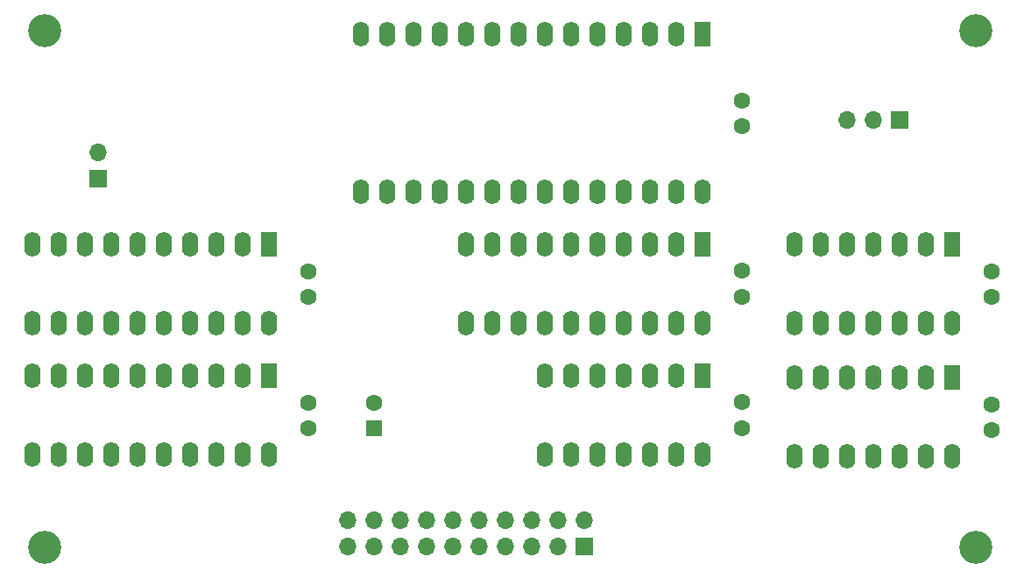
<source format=gts>
G04 #@! TF.GenerationSoftware,KiCad,Pcbnew,(5.1.9)-1*
G04 #@! TF.CreationDate,2025-08-03T17:29:21+09:00*
G04 #@! TF.ProjectId,PASOPIA7_SD_ROM,5041534f-5049-4413-975f-53445f524f4d,rev?*
G04 #@! TF.SameCoordinates,PX53920b0PY93c3260*
G04 #@! TF.FileFunction,Soldermask,Top*
G04 #@! TF.FilePolarity,Negative*
%FSLAX46Y46*%
G04 Gerber Fmt 4.6, Leading zero omitted, Abs format (unit mm)*
G04 Created by KiCad (PCBNEW (5.1.9)-1) date 2025-08-03 17:29:21*
%MOMM*%
%LPD*%
G01*
G04 APERTURE LIST*
%ADD10C,3.200000*%
%ADD11R,1.600000X1.600000*%
%ADD12C,1.600000*%
%ADD13R,1.600000X2.400000*%
%ADD14O,1.600000X2.400000*%
%ADD15R,1.700000X1.700000*%
%ADD16O,1.700000X1.700000*%
G04 APERTURE END LIST*
D10*
X5000000Y55000000D03*
X95000000Y55000000D03*
X95000000Y5000000D03*
X5000000Y5000000D03*
D11*
X36830000Y16510000D03*
D12*
X36830000Y19010000D03*
X96520000Y18870000D03*
X96520000Y16370000D03*
X72390000Y16550000D03*
X72390000Y19050000D03*
X96520000Y31710000D03*
X96520000Y29210000D03*
D13*
X92710000Y21430000D03*
D14*
X77470000Y13810000D03*
X90170000Y21430000D03*
X80010000Y13810000D03*
X87630000Y21430000D03*
X82550000Y13810000D03*
X85090000Y21430000D03*
X85090000Y13810000D03*
X82550000Y21430000D03*
X87630000Y13810000D03*
X80010000Y21430000D03*
X90170000Y13810000D03*
X77470000Y21430000D03*
X92710000Y13810000D03*
D12*
X30480000Y19010000D03*
X30480000Y16510000D03*
X30480000Y29210000D03*
X30480000Y31710000D03*
X72390000Y31750000D03*
X72390000Y29250000D03*
X72390000Y45720000D03*
X72390000Y48220000D03*
D15*
X87630000Y46355000D03*
D16*
X85090000Y46355000D03*
X82550000Y46355000D03*
D14*
X68580000Y13970000D03*
X53340000Y21590000D03*
X66040000Y13970000D03*
X55880000Y21590000D03*
X63500000Y13970000D03*
X58420000Y21590000D03*
X60960000Y13970000D03*
X60960000Y21590000D03*
X58420000Y13970000D03*
X63500000Y21590000D03*
X55880000Y13970000D03*
X66040000Y21590000D03*
X53340000Y13970000D03*
D13*
X68580000Y21590000D03*
X26670000Y21590000D03*
D14*
X3810000Y13970000D03*
X24130000Y21590000D03*
X6350000Y13970000D03*
X21590000Y21590000D03*
X8890000Y13970000D03*
X19050000Y21590000D03*
X11430000Y13970000D03*
X16510000Y21590000D03*
X13970000Y13970000D03*
X13970000Y21590000D03*
X16510000Y13970000D03*
X11430000Y21590000D03*
X19050000Y13970000D03*
X8890000Y21590000D03*
X21590000Y13970000D03*
X6350000Y21590000D03*
X24130000Y13970000D03*
X3810000Y21590000D03*
X26670000Y13970000D03*
X26670000Y26670000D03*
X3810000Y34290000D03*
X24130000Y26670000D03*
X6350000Y34290000D03*
X21590000Y26670000D03*
X8890000Y34290000D03*
X19050000Y26670000D03*
X11430000Y34290000D03*
X16510000Y26670000D03*
X13970000Y34290000D03*
X13970000Y26670000D03*
X16510000Y34290000D03*
X11430000Y26670000D03*
X19050000Y34290000D03*
X8890000Y26670000D03*
X21590000Y34290000D03*
X6350000Y26670000D03*
X24130000Y34290000D03*
X3810000Y26670000D03*
D13*
X26670000Y34290000D03*
X68580000Y54610000D03*
D14*
X35560000Y39370000D03*
X66040000Y54610000D03*
X38100000Y39370000D03*
X63500000Y54610000D03*
X40640000Y39370000D03*
X60960000Y54610000D03*
X43180000Y39370000D03*
X58420000Y54610000D03*
X45720000Y39370000D03*
X55880000Y54610000D03*
X48260000Y39370000D03*
X53340000Y54610000D03*
X50800000Y39370000D03*
X50800000Y54610000D03*
X53340000Y39370000D03*
X48260000Y54610000D03*
X55880000Y39370000D03*
X45720000Y54610000D03*
X58420000Y39370000D03*
X43180000Y54610000D03*
X60960000Y39370000D03*
X40640000Y54610000D03*
X63500000Y39370000D03*
X38100000Y54610000D03*
X66040000Y39370000D03*
X35560000Y54610000D03*
X68580000Y39370000D03*
D13*
X68580000Y34290000D03*
D14*
X45720000Y26670000D03*
X66040000Y34290000D03*
X48260000Y26670000D03*
X63500000Y34290000D03*
X50800000Y26670000D03*
X60960000Y34290000D03*
X53340000Y26670000D03*
X58420000Y34290000D03*
X55880000Y26670000D03*
X55880000Y34290000D03*
X58420000Y26670000D03*
X53340000Y34290000D03*
X60960000Y26670000D03*
X50800000Y34290000D03*
X63500000Y26670000D03*
X48260000Y34290000D03*
X66040000Y26670000D03*
X45720000Y34290000D03*
X68580000Y26670000D03*
D13*
X92710000Y34290000D03*
D14*
X77470000Y26670000D03*
X90170000Y34290000D03*
X80010000Y26670000D03*
X87630000Y34290000D03*
X82550000Y26670000D03*
X85090000Y34290000D03*
X85090000Y26670000D03*
X82550000Y34290000D03*
X87630000Y26670000D03*
X80010000Y34290000D03*
X90170000Y26670000D03*
X77470000Y34290000D03*
X92710000Y26670000D03*
D15*
X57150000Y5080000D03*
D16*
X57150000Y7620000D03*
X54610000Y5080000D03*
X54610000Y7620000D03*
X52070000Y5080000D03*
X52070000Y7620000D03*
X49530000Y5080000D03*
X49530000Y7620000D03*
X46990000Y5080000D03*
X46990000Y7620000D03*
X44450000Y5080000D03*
X44450000Y7620000D03*
X41910000Y5080000D03*
X41910000Y7620000D03*
X39370000Y5080000D03*
X39370000Y7620000D03*
X36830000Y5080000D03*
X36830000Y7620000D03*
X34290000Y5080000D03*
X34290000Y7620000D03*
D15*
X10160000Y40640000D03*
D16*
X10160000Y43180000D03*
M02*

</source>
